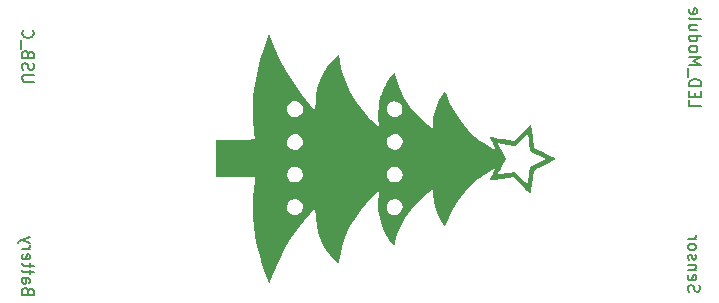
<source format=gbr>
%TF.GenerationSoftware,KiCad,Pcbnew,7.0.2*%
%TF.CreationDate,2023-12-10T20:37:23+01:00*%
%TF.ProjectId,Choinka_EE,43686f69-6e6b-4615-9f45-452e6b696361,rev?*%
%TF.SameCoordinates,Original*%
%TF.FileFunction,Legend,Bot*%
%TF.FilePolarity,Positive*%
%FSLAX46Y46*%
G04 Gerber Fmt 4.6, Leading zero omitted, Abs format (unit mm)*
G04 Created by KiCad (PCBNEW 7.0.2) date 2023-12-10 20:37:23*
%MOMM*%
%LPD*%
G01*
G04 APERTURE LIST*
%ADD10C,0.150000*%
G04 APERTURE END LIST*
D10*
X133984888Y-128333958D02*
X133937256Y-128191063D01*
X133937256Y-128191063D02*
X133937256Y-127952904D01*
X133937256Y-127952904D02*
X133984888Y-127857640D01*
X133984888Y-127857640D02*
X134032519Y-127810008D01*
X134032519Y-127810008D02*
X134127783Y-127762377D01*
X134127783Y-127762377D02*
X134223047Y-127762377D01*
X134223047Y-127762377D02*
X134318310Y-127810008D01*
X134318310Y-127810008D02*
X134365942Y-127857640D01*
X134365942Y-127857640D02*
X134413574Y-127952904D01*
X134413574Y-127952904D02*
X134461206Y-128143431D01*
X134461206Y-128143431D02*
X134508837Y-128238695D01*
X134508837Y-128238695D02*
X134556469Y-128286326D01*
X134556469Y-128286326D02*
X134651733Y-128333958D01*
X134651733Y-128333958D02*
X134746996Y-128333958D01*
X134746996Y-128333958D02*
X134842260Y-128286326D01*
X134842260Y-128286326D02*
X134889892Y-128238695D01*
X134889892Y-128238695D02*
X134937524Y-128143431D01*
X134937524Y-128143431D02*
X134937524Y-127905272D01*
X134937524Y-127905272D02*
X134889892Y-127762377D01*
X133984888Y-126952636D02*
X133937256Y-127047900D01*
X133937256Y-127047900D02*
X133937256Y-127238427D01*
X133937256Y-127238427D02*
X133984888Y-127333690D01*
X133984888Y-127333690D02*
X134080151Y-127381322D01*
X134080151Y-127381322D02*
X134461206Y-127381322D01*
X134461206Y-127381322D02*
X134556469Y-127333690D01*
X134556469Y-127333690D02*
X134604101Y-127238427D01*
X134604101Y-127238427D02*
X134604101Y-127047900D01*
X134604101Y-127047900D02*
X134556469Y-126952636D01*
X134556469Y-126952636D02*
X134461206Y-126905004D01*
X134461206Y-126905004D02*
X134365942Y-126905004D01*
X134365942Y-126905004D02*
X134270678Y-127381322D01*
X134604101Y-126476317D02*
X133937256Y-126476317D01*
X134508837Y-126476317D02*
X134556469Y-126428686D01*
X134556469Y-126428686D02*
X134604101Y-126333422D01*
X134604101Y-126333422D02*
X134604101Y-126190527D01*
X134604101Y-126190527D02*
X134556469Y-126095263D01*
X134556469Y-126095263D02*
X134461206Y-126047631D01*
X134461206Y-126047631D02*
X133937256Y-126047631D01*
X133984888Y-125618945D02*
X133937256Y-125523682D01*
X133937256Y-125523682D02*
X133937256Y-125333154D01*
X133937256Y-125333154D02*
X133984888Y-125237891D01*
X133984888Y-125237891D02*
X134080151Y-125190259D01*
X134080151Y-125190259D02*
X134127783Y-125190259D01*
X134127783Y-125190259D02*
X134223047Y-125237891D01*
X134223047Y-125237891D02*
X134270678Y-125333154D01*
X134270678Y-125333154D02*
X134270678Y-125476050D01*
X134270678Y-125476050D02*
X134318310Y-125571313D01*
X134318310Y-125571313D02*
X134413574Y-125618945D01*
X134413574Y-125618945D02*
X134461206Y-125618945D01*
X134461206Y-125618945D02*
X134556469Y-125571313D01*
X134556469Y-125571313D02*
X134604101Y-125476050D01*
X134604101Y-125476050D02*
X134604101Y-125333154D01*
X134604101Y-125333154D02*
X134556469Y-125237891D01*
X133937256Y-124618677D02*
X133984888Y-124713941D01*
X133984888Y-124713941D02*
X134032519Y-124761572D01*
X134032519Y-124761572D02*
X134127783Y-124809204D01*
X134127783Y-124809204D02*
X134413574Y-124809204D01*
X134413574Y-124809204D02*
X134508837Y-124761572D01*
X134508837Y-124761572D02*
X134556469Y-124713941D01*
X134556469Y-124713941D02*
X134604101Y-124618677D01*
X134604101Y-124618677D02*
X134604101Y-124475782D01*
X134604101Y-124475782D02*
X134556469Y-124380518D01*
X134556469Y-124380518D02*
X134508837Y-124332886D01*
X134508837Y-124332886D02*
X134413574Y-124285254D01*
X134413574Y-124285254D02*
X134127783Y-124285254D01*
X134127783Y-124285254D02*
X134032519Y-124332886D01*
X134032519Y-124332886D02*
X133984888Y-124380518D01*
X133984888Y-124380518D02*
X133937256Y-124475782D01*
X133937256Y-124475782D02*
X133937256Y-124618677D01*
X133937256Y-123856568D02*
X134604101Y-123856568D01*
X134413574Y-123856568D02*
X134508837Y-123808937D01*
X134508837Y-123808937D02*
X134556469Y-123761305D01*
X134556469Y-123761305D02*
X134604101Y-123666041D01*
X134604101Y-123666041D02*
X134604101Y-123570778D01*
X134037256Y-112143832D02*
X134037256Y-112620150D01*
X134037256Y-112620150D02*
X135037524Y-112620150D01*
X134561206Y-111810409D02*
X134561206Y-111476987D01*
X134037256Y-111334091D02*
X134037256Y-111810409D01*
X134037256Y-111810409D02*
X135037524Y-111810409D01*
X135037524Y-111810409D02*
X135037524Y-111334091D01*
X134037256Y-110905405D02*
X135037524Y-110905405D01*
X135037524Y-110905405D02*
X135037524Y-110667246D01*
X135037524Y-110667246D02*
X134989892Y-110524351D01*
X134989892Y-110524351D02*
X134894628Y-110429087D01*
X134894628Y-110429087D02*
X134799365Y-110381456D01*
X134799365Y-110381456D02*
X134608837Y-110333824D01*
X134608837Y-110333824D02*
X134465942Y-110333824D01*
X134465942Y-110333824D02*
X134275415Y-110381456D01*
X134275415Y-110381456D02*
X134180151Y-110429087D01*
X134180151Y-110429087D02*
X134084888Y-110524351D01*
X134084888Y-110524351D02*
X134037256Y-110667246D01*
X134037256Y-110667246D02*
X134037256Y-110905405D01*
X133941992Y-110143297D02*
X133941992Y-109381188D01*
X134037256Y-109143028D02*
X135037524Y-109143028D01*
X135037524Y-109143028D02*
X134323047Y-108809606D01*
X134323047Y-108809606D02*
X135037524Y-108476183D01*
X135037524Y-108476183D02*
X134037256Y-108476183D01*
X134037256Y-107856970D02*
X134084888Y-107952234D01*
X134084888Y-107952234D02*
X134132519Y-107999865D01*
X134132519Y-107999865D02*
X134227783Y-108047497D01*
X134227783Y-108047497D02*
X134513574Y-108047497D01*
X134513574Y-108047497D02*
X134608837Y-107999865D01*
X134608837Y-107999865D02*
X134656469Y-107952234D01*
X134656469Y-107952234D02*
X134704101Y-107856970D01*
X134704101Y-107856970D02*
X134704101Y-107714075D01*
X134704101Y-107714075D02*
X134656469Y-107618811D01*
X134656469Y-107618811D02*
X134608837Y-107571179D01*
X134608837Y-107571179D02*
X134513574Y-107523547D01*
X134513574Y-107523547D02*
X134227783Y-107523547D01*
X134227783Y-107523547D02*
X134132519Y-107571179D01*
X134132519Y-107571179D02*
X134084888Y-107618811D01*
X134084888Y-107618811D02*
X134037256Y-107714075D01*
X134037256Y-107714075D02*
X134037256Y-107856970D01*
X134037256Y-106666175D02*
X135037524Y-106666175D01*
X134084888Y-106666175D02*
X134037256Y-106761439D01*
X134037256Y-106761439D02*
X134037256Y-106951966D01*
X134037256Y-106951966D02*
X134084888Y-107047230D01*
X134084888Y-107047230D02*
X134132519Y-107094861D01*
X134132519Y-107094861D02*
X134227783Y-107142493D01*
X134227783Y-107142493D02*
X134513574Y-107142493D01*
X134513574Y-107142493D02*
X134608837Y-107094861D01*
X134608837Y-107094861D02*
X134656469Y-107047230D01*
X134656469Y-107047230D02*
X134704101Y-106951966D01*
X134704101Y-106951966D02*
X134704101Y-106761439D01*
X134704101Y-106761439D02*
X134656469Y-106666175D01*
X134704101Y-105761171D02*
X134037256Y-105761171D01*
X134704101Y-106189857D02*
X134180151Y-106189857D01*
X134180151Y-106189857D02*
X134084888Y-106142226D01*
X134084888Y-106142226D02*
X134037256Y-106046962D01*
X134037256Y-106046962D02*
X134037256Y-105904067D01*
X134037256Y-105904067D02*
X134084888Y-105808803D01*
X134084888Y-105808803D02*
X134132519Y-105761171D01*
X134037256Y-105141958D02*
X134084888Y-105237222D01*
X134084888Y-105237222D02*
X134180151Y-105284853D01*
X134180151Y-105284853D02*
X135037524Y-105284853D01*
X134084888Y-104379849D02*
X134037256Y-104475113D01*
X134037256Y-104475113D02*
X134037256Y-104665640D01*
X134037256Y-104665640D02*
X134084888Y-104760903D01*
X134084888Y-104760903D02*
X134180151Y-104808535D01*
X134180151Y-104808535D02*
X134561206Y-104808535D01*
X134561206Y-104808535D02*
X134656469Y-104760903D01*
X134656469Y-104760903D02*
X134704101Y-104665640D01*
X134704101Y-104665640D02*
X134704101Y-104475113D01*
X134704101Y-104475113D02*
X134656469Y-104379849D01*
X134656469Y-104379849D02*
X134561206Y-104332217D01*
X134561206Y-104332217D02*
X134465942Y-104332217D01*
X134465942Y-104332217D02*
X134370678Y-104808535D01*
X78537524Y-110543430D02*
X77727783Y-110543430D01*
X77727783Y-110543430D02*
X77632519Y-110495799D01*
X77632519Y-110495799D02*
X77584888Y-110448167D01*
X77584888Y-110448167D02*
X77537256Y-110352903D01*
X77537256Y-110352903D02*
X77537256Y-110162376D01*
X77537256Y-110162376D02*
X77584888Y-110067112D01*
X77584888Y-110067112D02*
X77632519Y-110019481D01*
X77632519Y-110019481D02*
X77727783Y-109971849D01*
X77727783Y-109971849D02*
X78537524Y-109971849D01*
X77584888Y-109543162D02*
X77537256Y-109400267D01*
X77537256Y-109400267D02*
X77537256Y-109162108D01*
X77537256Y-109162108D02*
X77584888Y-109066844D01*
X77584888Y-109066844D02*
X77632519Y-109019212D01*
X77632519Y-109019212D02*
X77727783Y-108971581D01*
X77727783Y-108971581D02*
X77823047Y-108971581D01*
X77823047Y-108971581D02*
X77918310Y-109019212D01*
X77918310Y-109019212D02*
X77965942Y-109066844D01*
X77965942Y-109066844D02*
X78013574Y-109162108D01*
X78013574Y-109162108D02*
X78061206Y-109352635D01*
X78061206Y-109352635D02*
X78108837Y-109447899D01*
X78108837Y-109447899D02*
X78156469Y-109495530D01*
X78156469Y-109495530D02*
X78251733Y-109543162D01*
X78251733Y-109543162D02*
X78346996Y-109543162D01*
X78346996Y-109543162D02*
X78442260Y-109495530D01*
X78442260Y-109495530D02*
X78489892Y-109447899D01*
X78489892Y-109447899D02*
X78537524Y-109352635D01*
X78537524Y-109352635D02*
X78537524Y-109114476D01*
X78537524Y-109114476D02*
X78489892Y-108971581D01*
X78061206Y-108209472D02*
X78013574Y-108066576D01*
X78013574Y-108066576D02*
X77965942Y-108018945D01*
X77965942Y-108018945D02*
X77870678Y-107971313D01*
X77870678Y-107971313D02*
X77727783Y-107971313D01*
X77727783Y-107971313D02*
X77632519Y-108018945D01*
X77632519Y-108018945D02*
X77584888Y-108066576D01*
X77584888Y-108066576D02*
X77537256Y-108161840D01*
X77537256Y-108161840D02*
X77537256Y-108542894D01*
X77537256Y-108542894D02*
X78537524Y-108542894D01*
X78537524Y-108542894D02*
X78537524Y-108209472D01*
X78537524Y-108209472D02*
X78489892Y-108114208D01*
X78489892Y-108114208D02*
X78442260Y-108066576D01*
X78442260Y-108066576D02*
X78346996Y-108018945D01*
X78346996Y-108018945D02*
X78251733Y-108018945D01*
X78251733Y-108018945D02*
X78156469Y-108066576D01*
X78156469Y-108066576D02*
X78108837Y-108114208D01*
X78108837Y-108114208D02*
X78061206Y-108209472D01*
X78061206Y-108209472D02*
X78061206Y-108542894D01*
X77441992Y-107780786D02*
X77441992Y-107018677D01*
X77632519Y-106208936D02*
X77584888Y-106256568D01*
X77584888Y-106256568D02*
X77537256Y-106399463D01*
X77537256Y-106399463D02*
X77537256Y-106494727D01*
X77537256Y-106494727D02*
X77584888Y-106637622D01*
X77584888Y-106637622D02*
X77680151Y-106732886D01*
X77680151Y-106732886D02*
X77775415Y-106780517D01*
X77775415Y-106780517D02*
X77965942Y-106828149D01*
X77965942Y-106828149D02*
X78108837Y-106828149D01*
X78108837Y-106828149D02*
X78299365Y-106780517D01*
X78299365Y-106780517D02*
X78394628Y-106732886D01*
X78394628Y-106732886D02*
X78489892Y-106637622D01*
X78489892Y-106637622D02*
X78537524Y-106494727D01*
X78537524Y-106494727D02*
X78537524Y-106399463D01*
X78537524Y-106399463D02*
X78489892Y-106256568D01*
X78489892Y-106256568D02*
X78442260Y-106208936D01*
X78061206Y-128271984D02*
X78013574Y-128129088D01*
X78013574Y-128129088D02*
X77965942Y-128081457D01*
X77965942Y-128081457D02*
X77870678Y-128033825D01*
X77870678Y-128033825D02*
X77727783Y-128033825D01*
X77727783Y-128033825D02*
X77632519Y-128081457D01*
X77632519Y-128081457D02*
X77584888Y-128129088D01*
X77584888Y-128129088D02*
X77537256Y-128224352D01*
X77537256Y-128224352D02*
X77537256Y-128605406D01*
X77537256Y-128605406D02*
X78537524Y-128605406D01*
X78537524Y-128605406D02*
X78537524Y-128271984D01*
X78537524Y-128271984D02*
X78489892Y-128176720D01*
X78489892Y-128176720D02*
X78442260Y-128129088D01*
X78442260Y-128129088D02*
X78346996Y-128081457D01*
X78346996Y-128081457D02*
X78251733Y-128081457D01*
X78251733Y-128081457D02*
X78156469Y-128129088D01*
X78156469Y-128129088D02*
X78108837Y-128176720D01*
X78108837Y-128176720D02*
X78061206Y-128271984D01*
X78061206Y-128271984D02*
X78061206Y-128605406D01*
X77537256Y-127176452D02*
X78061206Y-127176452D01*
X78061206Y-127176452D02*
X78156469Y-127224084D01*
X78156469Y-127224084D02*
X78204101Y-127319348D01*
X78204101Y-127319348D02*
X78204101Y-127509875D01*
X78204101Y-127509875D02*
X78156469Y-127605138D01*
X77584888Y-127176452D02*
X77537256Y-127271716D01*
X77537256Y-127271716D02*
X77537256Y-127509875D01*
X77537256Y-127509875D02*
X77584888Y-127605138D01*
X77584888Y-127605138D02*
X77680151Y-127652770D01*
X77680151Y-127652770D02*
X77775415Y-127652770D01*
X77775415Y-127652770D02*
X77870678Y-127605138D01*
X77870678Y-127605138D02*
X77918310Y-127509875D01*
X77918310Y-127509875D02*
X77918310Y-127271716D01*
X77918310Y-127271716D02*
X77965942Y-127176452D01*
X78204101Y-126843030D02*
X78204101Y-126461975D01*
X78537524Y-126700134D02*
X77680151Y-126700134D01*
X77680151Y-126700134D02*
X77584888Y-126652503D01*
X77584888Y-126652503D02*
X77537256Y-126557239D01*
X77537256Y-126557239D02*
X77537256Y-126461975D01*
X78204101Y-126271448D02*
X78204101Y-125890393D01*
X78537524Y-126128552D02*
X77680151Y-126128552D01*
X77680151Y-126128552D02*
X77584888Y-126080921D01*
X77584888Y-126080921D02*
X77537256Y-125985657D01*
X77537256Y-125985657D02*
X77537256Y-125890393D01*
X77584888Y-125175916D02*
X77537256Y-125271180D01*
X77537256Y-125271180D02*
X77537256Y-125461707D01*
X77537256Y-125461707D02*
X77584888Y-125556970D01*
X77584888Y-125556970D02*
X77680151Y-125604602D01*
X77680151Y-125604602D02*
X78061206Y-125604602D01*
X78061206Y-125604602D02*
X78156469Y-125556970D01*
X78156469Y-125556970D02*
X78204101Y-125461707D01*
X78204101Y-125461707D02*
X78204101Y-125271180D01*
X78204101Y-125271180D02*
X78156469Y-125175916D01*
X78156469Y-125175916D02*
X78061206Y-125128284D01*
X78061206Y-125128284D02*
X77965942Y-125128284D01*
X77965942Y-125128284D02*
X77870678Y-125604602D01*
X77537256Y-124699597D02*
X78204101Y-124699597D01*
X78013574Y-124699597D02*
X78108837Y-124651966D01*
X78108837Y-124651966D02*
X78156469Y-124604334D01*
X78156469Y-124604334D02*
X78204101Y-124509070D01*
X78204101Y-124509070D02*
X78204101Y-124413807D01*
X78204101Y-124175647D02*
X77537256Y-123937488D01*
X78204101Y-123699329D02*
X77537256Y-123937488D01*
X77537256Y-123937488D02*
X77299097Y-124032752D01*
X77299097Y-124032752D02*
X77251465Y-124080383D01*
X77251465Y-124080383D02*
X77203833Y-124175647D01*
%TO.C,G\u002A\u002A\u002A*%
G36*
X98818319Y-107393104D02*
G01*
X99328545Y-108546239D01*
X99912144Y-109664435D01*
X100548355Y-110705239D01*
X101226594Y-111651362D01*
X101936276Y-112485517D01*
X102355634Y-112934231D01*
X102395328Y-112220603D01*
X102453343Y-111642766D01*
X102636124Y-110824572D01*
X102936157Y-110059306D01*
X103356203Y-109338687D01*
X103480758Y-109171388D01*
X103652229Y-108964228D01*
X103841551Y-108751462D01*
X104028468Y-108554389D01*
X104192722Y-108394312D01*
X104314054Y-108292531D01*
X104372208Y-108270347D01*
X104377603Y-108284816D01*
X104400599Y-108399672D01*
X104432254Y-108600571D01*
X104467394Y-108855687D01*
X104635298Y-109693070D01*
X104932854Y-110567086D01*
X105353258Y-111444449D01*
X105893012Y-112317896D01*
X106548622Y-113180162D01*
X106630104Y-113276141D01*
X106853485Y-113525849D01*
X107088404Y-113773123D01*
X107315242Y-113998802D01*
X107514381Y-114183725D01*
X107666205Y-114308730D01*
X107751096Y-114354656D01*
X107766877Y-114325932D01*
X107766602Y-114201119D01*
X107740198Y-114010970D01*
X107724836Y-113910152D01*
X107702149Y-113550069D01*
X107709545Y-113124044D01*
X107738436Y-112749275D01*
X108426091Y-112749275D01*
X108428423Y-113003751D01*
X108502402Y-113234564D01*
X108563867Y-113326446D01*
X108771385Y-113494961D01*
X109024634Y-113562713D01*
X109291350Y-113525237D01*
X109539267Y-113378067D01*
X109675244Y-113236182D01*
X109738236Y-113091354D01*
X109753057Y-112881718D01*
X109738780Y-112674764D01*
X109676781Y-112529405D01*
X109539267Y-112385368D01*
X109297531Y-112236408D01*
X109025303Y-112197336D01*
X108760670Y-112279342D01*
X108527064Y-112480230D01*
X108493474Y-112530265D01*
X108426091Y-112749275D01*
X107738436Y-112749275D01*
X107744006Y-112677022D01*
X107802511Y-112253946D01*
X107882040Y-111899759D01*
X107893088Y-111863019D01*
X107997200Y-111564977D01*
X108133567Y-111227868D01*
X108275686Y-110917800D01*
X108329246Y-110813378D01*
X108483802Y-110541725D01*
X108646927Y-110288947D01*
X108804061Y-110074085D01*
X108940646Y-109916186D01*
X109042124Y-109834291D01*
X109093936Y-109847446D01*
X109097689Y-109859347D01*
X109133161Y-109983164D01*
X109189444Y-110188283D01*
X109256184Y-110437077D01*
X109511407Y-111181442D01*
X109905178Y-111958630D01*
X110416979Y-112704887D01*
X111040484Y-113411075D01*
X111769367Y-114068054D01*
X111922773Y-114190400D01*
X112120073Y-114342687D01*
X112263352Y-114446953D01*
X112329059Y-114485624D01*
X112343354Y-114460834D01*
X112354018Y-114339106D01*
X112348368Y-114149981D01*
X112345510Y-114098055D01*
X112370717Y-113635445D01*
X112477122Y-113110597D01*
X112658716Y-112554398D01*
X112758433Y-112323003D01*
X112885775Y-112067082D01*
X113022347Y-111820249D01*
X113152132Y-111609955D01*
X113259111Y-111463648D01*
X113327264Y-111408780D01*
X113350214Y-111430056D01*
X113411418Y-111542676D01*
X113485311Y-111719733D01*
X113722271Y-112285108D01*
X114165969Y-113123585D01*
X114693271Y-113910202D01*
X115286690Y-114619855D01*
X115928740Y-115227443D01*
X116089253Y-115355087D01*
X116345172Y-115544042D01*
X116624320Y-115737798D01*
X116905202Y-115922687D01*
X117166321Y-116085043D01*
X117386181Y-116211200D01*
X117543287Y-116287491D01*
X117616142Y-116300248D01*
X117617172Y-116280615D01*
X117580242Y-116166805D01*
X117499475Y-115978244D01*
X117386447Y-115743009D01*
X117383340Y-115736826D01*
X117261581Y-115485388D01*
X117199645Y-115330631D01*
X117192476Y-115255910D01*
X117235016Y-115244578D01*
X117254966Y-115248781D01*
X117393034Y-115275437D01*
X117624684Y-115318646D01*
X117923137Y-115373443D01*
X118261610Y-115434864D01*
X119176348Y-115599931D01*
X119914573Y-114863800D01*
X120081705Y-114698843D01*
X120308707Y-114480947D01*
X120489962Y-114314552D01*
X120610118Y-114213608D01*
X120653823Y-114192064D01*
X120654954Y-114207131D01*
X120669546Y-114329562D01*
X120698299Y-114547899D01*
X120737829Y-114836837D01*
X120784751Y-115171068D01*
X120801348Y-115288285D01*
X120845919Y-115607005D01*
X120881883Y-115869964D01*
X120905906Y-116052549D01*
X120914655Y-116130147D01*
X120927139Y-116143988D01*
X121030264Y-116210822D01*
X121220742Y-116319031D01*
X121478147Y-116457219D01*
X121782052Y-116613994D01*
X121922674Y-116685503D01*
X122215800Y-116836472D01*
X122457833Y-116963728D01*
X122626784Y-117055623D01*
X122700667Y-117100514D01*
X122692140Y-117118994D01*
X122594142Y-117187968D01*
X122406779Y-117294745D01*
X122148923Y-117428826D01*
X121839447Y-117579708D01*
X121509667Y-117737679D01*
X121251919Y-117867733D01*
X121079122Y-117966933D01*
X120973297Y-118046959D01*
X120916465Y-118119494D01*
X120890645Y-118196222D01*
X120873534Y-118292762D01*
X120838855Y-118507273D01*
X120795466Y-118788515D01*
X120748958Y-119100790D01*
X120712201Y-119345253D01*
X120668077Y-119621441D01*
X120631298Y-119832969D01*
X120607301Y-119947340D01*
X120594989Y-119971805D01*
X120550816Y-119978172D01*
X120468071Y-119927272D01*
X120334621Y-119808984D01*
X120329016Y-119803393D01*
X120138335Y-119613185D01*
X119867082Y-119329754D01*
X119163195Y-118585721D01*
X118156837Y-118753046D01*
X117952537Y-118786514D01*
X117631584Y-118836857D01*
X117372023Y-118874715D01*
X117196405Y-118896868D01*
X117127279Y-118900094D01*
X117127965Y-118886784D01*
X117169551Y-118785737D01*
X117257093Y-118609303D01*
X117377354Y-118384762D01*
X117383969Y-118372504D01*
X117839040Y-118372504D01*
X117889205Y-118402289D01*
X118017877Y-118394272D01*
X118043362Y-118389420D01*
X118216688Y-118359408D01*
X118464146Y-118319199D01*
X118741034Y-118276099D01*
X119284165Y-118193439D01*
X119789905Y-118696212D01*
X119962368Y-118865712D01*
X120142922Y-119038244D01*
X120271903Y-119155646D01*
X120329016Y-119198986D01*
X120353097Y-119166797D01*
X120377575Y-119051692D01*
X120380743Y-119023517D01*
X120401708Y-118860761D01*
X120434552Y-118621918D01*
X120473683Y-118347955D01*
X120554603Y-117791512D01*
X121238152Y-117454718D01*
X121921701Y-117117924D01*
X121262466Y-116787104D01*
X121006761Y-116659266D01*
X120810174Y-116551070D01*
X120678470Y-116447454D01*
X120594219Y-116321697D01*
X120539993Y-116147079D01*
X120498366Y-115896880D01*
X120451908Y-115544379D01*
X120370985Y-114933845D01*
X119830976Y-115471049D01*
X119290967Y-116008252D01*
X118580775Y-115875676D01*
X118333816Y-115830941D01*
X118089041Y-115789890D01*
X117919104Y-115765319D01*
X117850854Y-115761433D01*
X117868014Y-115817786D01*
X117933457Y-115968699D01*
X118036888Y-116190139D01*
X118167498Y-116458319D01*
X118503869Y-117136872D01*
X118172050Y-117726048D01*
X118072416Y-117905510D01*
X117952297Y-118130115D01*
X117869915Y-118294690D01*
X117839040Y-118372504D01*
X117383969Y-118372504D01*
X117431644Y-118284156D01*
X117531896Y-118082126D01*
X117588717Y-117942089D01*
X117591029Y-117889707D01*
X117583363Y-117890620D01*
X117478748Y-117935023D01*
X117295525Y-118034785D01*
X117059286Y-118174126D01*
X116795624Y-118337262D01*
X116530134Y-118508410D01*
X116288409Y-118671789D01*
X116096041Y-118811615D01*
X115612720Y-119227152D01*
X115006857Y-119879292D01*
X114448572Y-120635426D01*
X113947378Y-121482315D01*
X113512789Y-122406718D01*
X113444518Y-122568568D01*
X113376311Y-122723834D01*
X113341383Y-122794722D01*
X113335254Y-122799882D01*
X113271425Y-122760736D01*
X113162725Y-122607269D01*
X113012929Y-122345438D01*
X112825813Y-121981202D01*
X112584758Y-121413156D01*
X112402932Y-120743667D01*
X112340018Y-120099115D01*
X112335557Y-119935780D01*
X112320640Y-119782058D01*
X112299066Y-119722697D01*
X112252798Y-119741694D01*
X112118358Y-119834404D01*
X111925232Y-119987951D01*
X111694686Y-120184079D01*
X111447984Y-120404534D01*
X111206392Y-120631063D01*
X110991174Y-120845411D01*
X110452844Y-121458185D01*
X109974425Y-122124047D01*
X109592831Y-122798041D01*
X109317252Y-123463837D01*
X109156876Y-124105109D01*
X109131200Y-124241160D01*
X109084221Y-124348325D01*
X109010412Y-124339415D01*
X108954442Y-124285626D01*
X108889633Y-124223342D01*
X108644351Y-123916253D01*
X108313672Y-123364712D01*
X108044447Y-122741176D01*
X107845095Y-122075883D01*
X107724035Y-121399072D01*
X107705814Y-121049966D01*
X108423503Y-121049966D01*
X108426959Y-121317108D01*
X108517798Y-121548036D01*
X108706334Y-121729128D01*
X108954442Y-121826359D01*
X109217453Y-121825153D01*
X109461000Y-121726068D01*
X109650716Y-121529661D01*
X109668849Y-121499031D01*
X109751993Y-121317217D01*
X109785789Y-121168291D01*
X109785770Y-121164023D01*
X109724922Y-120911806D01*
X109568776Y-120685289D01*
X109350312Y-120532615D01*
X109320335Y-120520895D01*
X109077016Y-120487258D01*
X109037206Y-120481755D01*
X108767042Y-120561431D01*
X108542998Y-120750955D01*
X108505547Y-120806176D01*
X108423503Y-121049966D01*
X107705814Y-121049966D01*
X107689687Y-120740980D01*
X107750468Y-120131847D01*
X107760975Y-120071959D01*
X107771914Y-119912068D01*
X107741951Y-119853625D01*
X107672739Y-119889410D01*
X107529401Y-120005629D01*
X107335950Y-120183745D01*
X107111859Y-120404508D01*
X106876603Y-120648666D01*
X106649658Y-120896971D01*
X106450499Y-121130171D01*
X105867490Y-121906519D01*
X105320460Y-122796539D01*
X104900271Y-123688788D01*
X104608237Y-124580428D01*
X104445668Y-125468621D01*
X104419026Y-125665132D01*
X104385257Y-125832463D01*
X104354918Y-125907409D01*
X104314385Y-125897852D01*
X104200610Y-125811064D01*
X104039340Y-125656896D01*
X103850244Y-125456463D01*
X103652995Y-125230880D01*
X103467263Y-125001262D01*
X103312719Y-124788723D01*
X103040497Y-124341517D01*
X102714212Y-123617179D01*
X102504509Y-122848140D01*
X102406155Y-122018404D01*
X102367738Y-121270039D01*
X101919811Y-121739765D01*
X101748602Y-121923851D01*
X101077701Y-122734421D01*
X100571550Y-123457620D01*
X100434944Y-123652806D01*
X99831217Y-124661171D01*
X99277407Y-125741681D01*
X98784401Y-126876500D01*
X98478263Y-127647572D01*
X98329391Y-127302016D01*
X98120799Y-126770882D01*
X97882293Y-126048844D01*
X97660128Y-125256516D01*
X97462046Y-124426749D01*
X97295789Y-123592398D01*
X97169098Y-122786317D01*
X97089717Y-122041359D01*
X97072026Y-121752028D01*
X97060500Y-121121309D01*
X99962121Y-121121309D01*
X100005363Y-121390576D01*
X100157557Y-121626186D01*
X100312398Y-121743401D01*
X100571550Y-121827086D01*
X100836528Y-121807943D01*
X101073425Y-121690535D01*
X101248333Y-121479423D01*
X101326280Y-121232199D01*
X101300495Y-120960366D01*
X101160749Y-120723274D01*
X100915819Y-120545569D01*
X100865111Y-120523897D01*
X100587099Y-120481825D01*
X100568647Y-120487257D01*
X100321627Y-120559977D01*
X100098153Y-120750955D01*
X100030479Y-120857359D01*
X99962121Y-121121309D01*
X97060500Y-121121309D01*
X97059156Y-121047741D01*
X97084342Y-120339149D01*
X97145356Y-119670057D01*
X97239972Y-119084272D01*
X97276615Y-118884466D01*
X97296412Y-118717449D01*
X97290916Y-118640367D01*
X97254356Y-118633743D01*
X97102909Y-118625131D01*
X96851527Y-118618095D01*
X96518608Y-118612985D01*
X96122549Y-118610147D01*
X95681747Y-118609930D01*
X95382568Y-118610679D01*
X94964049Y-118611575D01*
X94599937Y-118612173D01*
X94309364Y-118612452D01*
X94111459Y-118612386D01*
X94025351Y-118611953D01*
X94017943Y-118609983D01*
X93992570Y-118563962D01*
X93973227Y-118447796D01*
X93971033Y-118416564D01*
X99970539Y-118416564D01*
X100031114Y-118717368D01*
X100128693Y-118872121D01*
X100326126Y-119010256D01*
X100568647Y-119066924D01*
X100822776Y-119041456D01*
X101055030Y-118933180D01*
X101231928Y-118741425D01*
X101307603Y-118580014D01*
X101323914Y-118407593D01*
X108404244Y-118407593D01*
X108449094Y-118656782D01*
X108584367Y-118867599D01*
X108797771Y-119013008D01*
X109077016Y-119065976D01*
X109092151Y-119065811D01*
X109333642Y-119036396D01*
X109510419Y-118937981D01*
X109674231Y-118742538D01*
X109720037Y-118663317D01*
X109776392Y-118412570D01*
X109725786Y-118159842D01*
X109579583Y-117938683D01*
X109349144Y-117782643D01*
X109137282Y-117735044D01*
X109065560Y-117718930D01*
X108804108Y-117778802D01*
X108576476Y-117965007D01*
X108462107Y-118147065D01*
X108404244Y-118407593D01*
X101323914Y-118407593D01*
X101330260Y-118340517D01*
X101238400Y-118077691D01*
X101090190Y-117890222D01*
X100861357Y-117763570D01*
X100622351Y-117734651D01*
X100601644Y-117732145D01*
X100345801Y-117799361D01*
X100128579Y-117968634D01*
X100027182Y-118132998D01*
X99970539Y-118416564D01*
X93971033Y-118416564D01*
X93959283Y-118249334D01*
X93950105Y-117956428D01*
X93945062Y-117556925D01*
X93943521Y-117038677D01*
X93943521Y-115653623D01*
X99961258Y-115653623D01*
X100003942Y-115903685D01*
X100136376Y-116116022D01*
X100346523Y-116263396D01*
X100622351Y-116318573D01*
X100784205Y-116306756D01*
X100947087Y-116242199D01*
X101118366Y-116095996D01*
X101153724Y-116059330D01*
X101305508Y-115832879D01*
X101314528Y-115757571D01*
X108418189Y-115757571D01*
X108502686Y-115982627D01*
X108661970Y-116164531D01*
X108879136Y-116282553D01*
X109137282Y-116315966D01*
X109419502Y-116244039D01*
X109487601Y-116200462D01*
X109630465Y-116038983D01*
X109741259Y-115831333D01*
X109785789Y-115634424D01*
X109784325Y-115603806D01*
X109715695Y-115391768D01*
X109570297Y-115185208D01*
X109383945Y-115037342D01*
X109344777Y-115018586D01*
X109071467Y-114963107D01*
X109024634Y-114974931D01*
X108807042Y-115029864D01*
X108578653Y-115212936D01*
X108541173Y-115260916D01*
X108425384Y-115510091D01*
X108418189Y-115757571D01*
X101314528Y-115757571D01*
X101333407Y-115599949D01*
X101241640Y-115334472D01*
X101100586Y-115146349D01*
X100872773Y-115006375D01*
X100614198Y-114968455D01*
X100599260Y-114972387D01*
X100357122Y-115036129D01*
X100133807Y-115212936D01*
X100020357Y-115393070D01*
X99961258Y-115653623D01*
X93943521Y-115653623D01*
X93943521Y-115467543D01*
X95612851Y-115467543D01*
X96007324Y-115466148D01*
X96419879Y-115461381D01*
X96770868Y-115453716D01*
X97042950Y-115443665D01*
X97218787Y-115431738D01*
X97281038Y-115418445D01*
X97278308Y-115393083D01*
X97258525Y-115260093D01*
X97223884Y-115045177D01*
X97179451Y-114780171D01*
X97144367Y-114526245D01*
X97105243Y-114048554D01*
X97084427Y-113497579D01*
X97081984Y-112931412D01*
X99969364Y-112931412D01*
X100030934Y-113174956D01*
X100170000Y-113373052D01*
X100366222Y-113509056D01*
X100599260Y-113566323D01*
X100848773Y-113528208D01*
X101094421Y-113378067D01*
X101230398Y-113236182D01*
X101293390Y-113091354D01*
X101308212Y-112881718D01*
X101293935Y-112674764D01*
X101231936Y-112529405D01*
X101094421Y-112385368D01*
X100984268Y-112303548D01*
X100725985Y-112207921D01*
X100464015Y-112217044D01*
X100230977Y-112326322D01*
X100059488Y-112531160D01*
X100005630Y-112659066D01*
X99969364Y-112931412D01*
X97081984Y-112931412D01*
X97081881Y-112907535D01*
X97097565Y-112312634D01*
X97131441Y-111747091D01*
X97183469Y-111245120D01*
X97313055Y-110435970D01*
X97502879Y-109531943D01*
X97734168Y-108636294D01*
X97996331Y-107789754D01*
X98278776Y-107033052D01*
X98477754Y-106552428D01*
X98818319Y-107393104D01*
G37*
%TD*%
M02*

</source>
